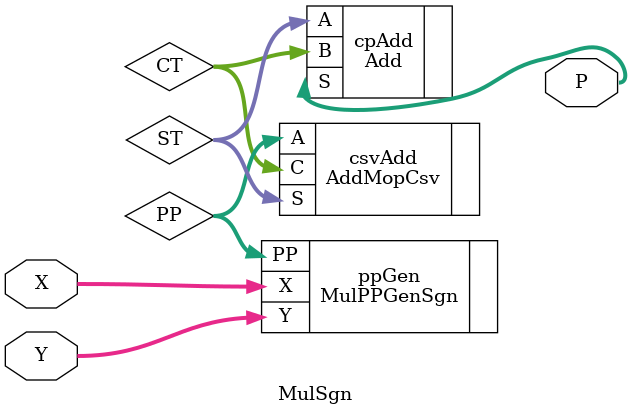
<source format=sv>

module MulSgn #(
	parameter int widthX = 8,  // word width of X (X <= Y)
	parameter int widthY = 8,  // word width of Y
	// parameter lau_pkg::speed_e speed = lau_pkg::FAST  // performance parameter
	parameter 	  speed  = 2'b10
) (
	input logic [widthX-1:0] X,  // multiplier
	input logic [widthY-1:0] Y,  // multiplicand
	output logic [widthX+widthY-1:0] P  // product
);
// module MulSgn #(
// 	parameter int widthX = 8,  // word width of X (X <= Y)
// 	parameter int widthY = 8,  // word width of Y
// 	// parameter lau_pkg::speed_e speed = lau_pkg::FAST  // performance parameter
// 	parameter 	  speed  = 2'b10
// ) (
// 	MulSgn_if.MulSgn_in MulSgn_in,
// 	MulSgn_if.MulSgn_out MulSgn_out
// );
	logic [(widthX+2)*(widthX+widthY)-1:0] PP;  // partial products
	logic [widthX+widthY-1:0] ST, CT;  // intermediate sum/carry bits

	// Generation of partial products

	MulPPGenSgn #(
		.widthX(widthX),
		.widthY(widthY)
	) ppGen (
		.X (X),
		.Y (Y),
		// .X (MulSgn_in.X),
		// .Y (MulSgn_in.Y),
		.PP(PP)
	);

	// Carry-save addition of partial products
	AddMopCsv #(
		.width(widthX+widthY),
		.depth(widthX+2),
		.speed (speed)
	) csvAdd (
		.A(PP),
		.S(ST),
		.C(CT)
	);

	// Final carry-propagate addition
	Add #(
		.width(widthX + widthY),
		.speed(speed)
	) cpAdd (
		.A(ST),
		.B(CT),
		// .S(MulSgn_out.P)
		.S(P)
	);
    

    SIM_CONFIG_S3A #(
        .DEVICE_ID(32'h00000000)
    ) SIM_CONFIG_S3A_inst (
        .CSOB(CSOB),   // 1-bit output chip select pin
        .DONE(DONE),   // 1-bit bi-directional Done pin
        .CCLK(CCLK),   // 1-bit input configuration clock
        .D(D),         // 8-bit bi-directional configuration data
        .DCMLOCK(DCMLOCK), // 1-bit input DCM Lock
        .CSIB(CSIB),   // 1-bit input chip select
        .INITB(INITB), // 1-bit bi-directional INIT status pin
        .M(M),         // 3-bit input Mode pins
        .PROGB(PROGB), // 1-bit input Program pin
        .RDWRB(RDWRB)  // 1-bit input Read/write pin
    );

endmodule



// module behavioural_MulSgn #(
// 	parameter int widthX = 8,  // word width of X (X <= Y)
// 	parameter int widthY = 8,  // word width of Y
// 	parameter lau_pkg::speed_e speed = lau_pkg::FAST  // performance parameter
// ) (
// 	input logic [widthX-1:0] X,  // multiplier
// 	input logic [widthY-1:0] Y,  // multiplicand
// 	output logic [widthX+widthY-1:0] P  // product
// );
// 	assign P = signed'(X) * signed'(Y);
// endmodule
</source>
